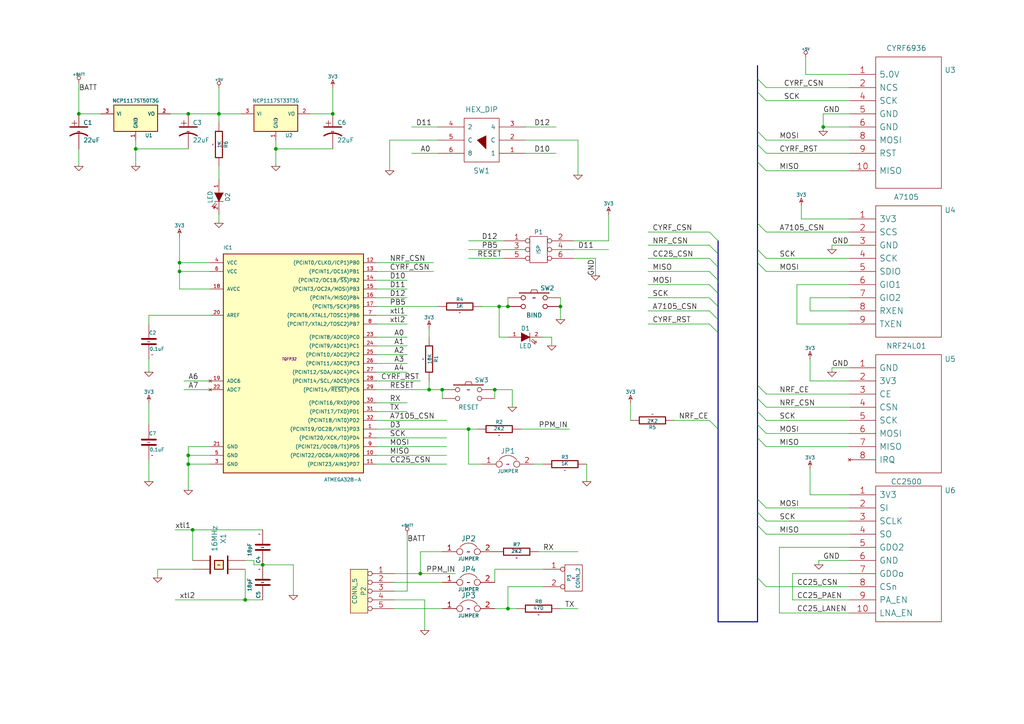
<source format=kicad_sch>
(kicad_sch (version 20230121) (generator eeschema)
  (paper "A4")
  (title_block (date "5 feb 2016"))
  (lib_symbols
    (symbol "Multipro-txV2-3d-rescue:+5V" (power) (pin_names (offset 1.016))
      (property "Value" "+5V" (at 0 2.286 0))
      (symbol "+5V_0_0"
        (pin power_in line (at 0 0 90) (length 0) hide (name "+5V") (number "1"))
      )
      (symbol "+5V_0_1"
        (polyline (pts (xy 0 0) (xy 0 0.762) (xy 0 0.762) (xy 0 0.762)))
        (circle (center 0 1.27) (radius 0.508))
      )
    )
    (symbol "Multipro-txV2-3d-rescue:+BATT" (power) (pin_names (offset 0))
      (property "Value" "+BATT" (at 0 2.54 0))
      (symbol "+BATT_0_0"
        (pin power_out line (at 0 0 90) (length 0) hide (name "+BATT") (number "1"))
      )
      (symbol "+BATT_0_1"
        (polyline (pts (xy 0 0) (xy 0 1.016) (xy 0 1.016)))
        (circle (center 0 1.524) (radius 0.508))
      )
    )
    (symbol "Multipro-txV2-3d-rescue:3V3" (power) (pin_names (offset 0))
      (property "Value" "3V3" (at 0 3.175 0))
      (symbol "3V3_0_0"
        (pin power_in line (at 0 0 90) (length 0) hide (name "3V3") (number "1"))
      )
      (symbol "3V3_0_1"
        (polyline (pts (xy 0 1.524) (xy 0 0)))
        (polyline (pts (xy 0 1.524) (xy 0.508 1.016) (xy 0 2.286) (xy -0.508 1.016) (xy 0 1.524) (xy 0 1.524)))
      )
    )
    (symbol "Multipro-txV2-3d-rescue:A7105" (pin_names (offset 1.016))
      (property "Reference" "U" (at 12.7 16.51 0))
      (property "Value" "A7105" (at 0 20.32 0))
      (symbol "A7105_0_1"
        (rectangle (start 10.16 -20.32) (end -8.89 17.78))
      )
      (symbol "A7105_1_1"
        (pin input line (at -16.51 13.97 0) (length 7.62) (name "3V3") (number "1"))
        (pin input line (at -16.51 10.16 0) (length 7.62) (name "SCS") (number "2"))
        (pin input line (at -16.51 6.35 0) (length 7.62) (name "GND") (number "3"))
        (pin input line (at -16.51 2.54 0) (length 7.62) (name "SCK") (number "4"))
        (pin input line (at -16.51 -1.27 0) (length 7.62) (name "SDIO") (number "5"))
        (pin input line (at -16.51 -5.08 0) (length 7.62) (name "GIO1") (number "6"))
        (pin output line (at -16.51 -8.89 0) (length 7.62) (name "GIO2") (number "7"))
        (pin input line (at -16.51 -12.7 0) (length 7.62) (name "RXEN") (number "8"))
        (pin output line (at -16.51 -16.51 0) (length 7.62) (name "TXEN") (number "9"))
      )
    )
    (symbol "Multipro-txV2-3d-rescue:ATMEGA328-A" (pin_names (offset 1.016))
      (property "Reference" "IC" (at -19.05 31.75 0))
      (property "Value" "ATMEGA328-A" (at 10.16 -35.56 0))
      (property "Footprint" "TQFP32" (at 0 0 0))
      (symbol "ATMEGA328-A_0_1"
        (rectangle (start -19.05 30.48) (end 21.59 -33.02) (stroke (width 0.254)) (fill (type background)))
      )
      (symbol "ATMEGA328-A_1_1"
        (pin bidirectional line (at 25.4 -20.32 180) (length 3.81) (name "(PCINT19/OC2B/INT1)PD3") (number "1"))
        (pin bidirectional line (at 25.4 -27.94 180) (length 3.81) (name "(PCINT22/OC0A/AIN0)PD6") (number "10"))
        (pin bidirectional line (at 25.4 -30.48 180) (length 3.81) (name "(PCINT23/AIN1)PD7") (number "11"))
        (pin bidirectional line (at 25.4 27.94 180) (length 3.81) (name "(PCINT0/CLKO/ICP1)PB0") (number "12"))
        (pin bidirectional line (at 25.4 25.4 180) (length 3.81) (name "(PCINT1/OC1A)PB1") (number "13"))
        (pin bidirectional line (at 25.4 22.86 180) (length 3.81) (name "(PCINT2/OC1B/~{SS})PB2") (number "14"))
        (pin bidirectional line (at 25.4 20.32 180) (length 3.81) (name "(PCINT3/OC2A/MOSI)PB3") (number "15"))
        (pin bidirectional line (at 25.4 17.78 180) (length 3.81) (name "(PCINT4/MISO)PB4") (number "16"))
        (pin bidirectional line (at 25.4 15.24 180) (length 3.81) (name "(PCINT5/SCK)PB5") (number "17"))
        (pin power_in line (at -22.86 20.32 0) (length 3.81) (name "AVCC") (number "18"))
        (pin no_connect line (at -22.86 -6.35 0) (length 3.81) (name "ADC6") (number "19"))
        (pin bidirectional line (at 25.4 -22.86 180) (length 3.81) (name "(PCINT20/XCK/T0)PD4") (number "2"))
        (pin bidirectional line (at -22.86 12.7 0) (length 3.81) (name "AREF") (number "20"))
        (pin power_in line (at -22.86 -25.4 0) (length 3.81) (name "GND") (number "21"))
        (pin no_connect line (at -22.86 -8.89 0) (length 3.81) (name "ADC7") (number "22"))
        (pin bidirectional line (at 25.4 6.35 180) (length 3.81) (name "(PCINT8/ADC0)PC0") (number "23"))
        (pin bidirectional line (at 25.4 3.81 180) (length 3.81) (name "(PCINT9/ADC1)PC1") (number "24"))
        (pin bidirectional line (at 25.4 1.27 180) (length 3.81) (name "(PCINT10/ADC2)PC2") (number "25"))
        (pin bidirectional line (at 25.4 -1.27 180) (length 3.81) (name "(PCINT11/ADC3)PC3") (number "26"))
        (pin bidirectional line (at 25.4 -3.81 180) (length 3.81) (name "(PCINT12/SDA/ADC4)PC4") (number "27"))
        (pin bidirectional line (at 25.4 -6.35 180) (length 3.81) (name "(PCINT14/SCL/ADC5)PC5") (number "28"))
        (pin bidirectional line (at 25.4 -8.89 180) (length 3.81) (name "(PCINT14/~{RESET})PC6") (number "29"))
        (pin power_in line (at -22.86 -30.48 0) (length 3.81) (name "GND") (number "3"))
        (pin bidirectional line (at 25.4 -12.7 180) (length 3.81) (name "(PCINT16/RXD)PD0") (number "30"))
        (pin bidirectional line (at 25.4 -15.24 180) (length 3.81) (name "(PCINT17/TXD)PD1") (number "31"))
        (pin bidirectional line (at 25.4 -17.78 180) (length 3.81) (name "(PCINT18/INT0)PD2") (number "32"))
        (pin power_in line (at -22.86 27.94 0) (length 3.81) (name "VCC") (number "4"))
        (pin power_in line (at -22.86 -27.94 0) (length 3.81) (name "GND") (number "5"))
        (pin power_in line (at -22.86 25.4 0) (length 3.81) (name "VCC") (number "6"))
        (pin bidirectional line (at 25.4 12.7 180) (length 3.81) (name "(PCINT6/XTAL1/TOSC1)PB6") (number "7"))
        (pin bidirectional line (at 25.4 10.16 180) (length 3.81) (name "(PCINT7/XTAL2/TOSC2)PB7") (number "8"))
        (pin bidirectional line (at 25.4 -25.4 180) (length 3.81) (name "(PCINT21/OC0B/T1)PD5") (number "9"))
      )
    )
    (symbol "Multipro-txV2-3d-rescue:C" (pin_numbers hide) (pin_names (offset 0.254))
      (property "Reference" "C" (at 0 2.54 0))
      (property "Value" "C" (at 0.1524 -2.159 0))
      (symbol "C_0_1"
        (polyline (pts (xy -2.032 -0.762) (xy 2.032 -0.762)) (stroke (width 0.508)))
        (polyline (pts (xy -2.032 0.762) (xy 2.032 0.762)) (stroke (width 0.508)))
      )
      (symbol "C_1_1"
        (pin passive line (at 0 5.08 270) (length 4.318) (name "~") (number "1"))
        (pin passive line (at 0 -5.08 90) (length 4.318) (name "~") (number "2"))
      )
    )
    (symbol "Multipro-txV2-3d-rescue:CC2500" (pin_names (offset 1.016))
      (property "Reference" "U" (at 12.7 15.24 0))
      (property "Value" "CC2500" (at 0 17.78 0))
      (symbol "CC2500_0_1"
        (rectangle (start 10.16 -22.86) (end -8.89 16.51))
      )
      (symbol "CC2500_1_1"
        (pin input line (at -16.51 13.97 0) (length 7.62) (name "3V3") (number "1"))
        (pin input line (at -16.51 -20.32 0) (length 7.62) (name "LNA_EN") (number "10"))
        (pin input line (at -16.51 10.16 0) (length 7.62) (name "SI") (number "2"))
        (pin input line (at -16.51 6.35 0) (length 7.62) (name "SCLK") (number "3"))
        (pin input line (at -16.51 2.54 0) (length 7.62) (name "SO") (number "4"))
        (pin input line (at -16.51 -1.27 0) (length 7.62) (name "GDO2") (number "5"))
        (pin input line (at -16.51 -5.08 0) (length 7.62) (name "GND") (number "6"))
        (pin input line (at -16.51 -8.89 0) (length 7.62) (name "GDOo") (number "7"))
        (pin input line (at -16.51 -12.7 0) (length 7.62) (name "CSn") (number "8"))
        (pin input line (at -16.51 -16.51 0) (length 7.62) (name "PA_EN") (number "9"))
      )
    )
    (symbol "Multipro-txV2-3d-rescue:CONN_2" (pin_names (offset 1.016) hide)
      (property "Reference" "P" (at -1.27 0 90))
      (property "Value" "CONN_2" (at 1.27 0 90))
      (symbol "CONN_2_0_1"
        (rectangle (start -2.54 3.81) (end 2.54 -3.81))
      )
      (symbol "CONN_2_1_1"
        (pin passive inverted (at -8.89 2.54 0) (length 6.35) (name "P1") (number "1"))
        (pin passive inverted (at -8.89 -2.54 0) (length 6.35) (name "PM") (number "2"))
      )
    )
    (symbol "Multipro-txV2-3d-rescue:CONN_3X2" (pin_names (offset 1.016) hide)
      (property "Reference" "P" (at 0 6.35 0))
      (property "Value" "CONN_3X2" (at 0 1.27 90))
      (symbol "CONN_3X2_0_1"
        (rectangle (start -2.54 5.08) (end 2.54 -2.54))
      )
      (symbol "CONN_3X2_1_1"
        (pin passive inverted (at -10.16 3.81 0) (length 7.62) (name "1") (number "1"))
        (pin passive inverted (at 10.16 3.81 180) (length 7.62) (name "2") (number "2"))
        (pin passive inverted (at -10.16 1.27 0) (length 7.62) (name "3") (number "3"))
        (pin passive inverted (at 10.16 1.27 180) (length 7.62) (name "4") (number "4"))
        (pin passive inverted (at -10.16 -1.27 0) (length 7.62) (name "5") (number "5"))
        (pin passive inverted (at 10.16 -1.27 180) (length 7.62) (name "6") (number "6"))
      )
    )
    (symbol "Multipro-txV2-3d-rescue:CONN_5" (pin_names (offset 1.016))
      (property "Reference" "P" (at -1.27 0 90))
      (property "Value" "CONN_5" (at 1.27 0 90))
      (symbol "CONN_5_0_1"
        (rectangle (start -2.54 6.35) (end 2.54 -6.35) (fill (type background)))
      )
      (symbol "CONN_5_1_1"
        (pin passive inverted (at -10.16 5.08 0) (length 7.62) (name "~") (number "1"))
        (pin passive inverted (at -10.16 2.54 0) (length 7.62) (name "~") (number "2"))
        (pin passive inverted (at -10.16 0 0) (length 7.62) (name "~") (number "3"))
        (pin passive inverted (at -10.16 -2.54 0) (length 7.62) (name "~") (number "4"))
        (pin passive inverted (at -10.16 -5.08 0) (length 7.62) (name "~") (number "5"))
      )
    )
    (symbol "Multipro-txV2-3d-rescue:CP1" (pin_numbers hide) (pin_names (offset 0.254) hide)
      (property "Reference" "C" (at 1.27 2.54 0))
      (property "Value" "CP1" (at 1.27 -2.54 0))
      (symbol "CP1_0_0"
        (text "+" (at -1.27 2.54 0) (effects (font (size 2.032 2.032))))
      )
      (symbol "CP1_0_1"
        (polyline (pts (xy -2.54 1.27) (xy 2.54 1.27) (xy 1.27 1.27) (xy 1.27 1.27)) (stroke (width 0.381)))
        (arc (start 2.54 -1.27) (mid 0 -0.5009) (end -2.54 -1.27) (stroke (width 0.381)))
      )
      (symbol "CP1_1_1"
        (pin passive line (at 0 5.08 270) (length 3.81) (name "~") (number "1"))
        (pin passive line (at 0 -5.08 90) (length 4.572) (name "~") (number "2"))
      )
    )
    (symbol "Multipro-txV2-3d-rescue:CRYSTAL" (pin_numbers hide) (pin_names (offset 1.016) hide)
      (property "Reference" "X" (at 0 3.81 0))
      (property "Value" "CRYSTAL" (at 0 -3.81 0))
      (symbol "CRYSTAL_0_1"
        (polyline (pts (xy -2.54 2.54) (xy -2.54 -2.54)) (stroke (width 0.4064)))
        (polyline (pts (xy 2.54 2.54) (xy 2.54 -2.54)) (stroke (width 0.4064)))
        (polyline (pts (xy -1.27 1.27) (xy 1.27 1.27) (xy 1.27 -1.27) (xy -1.27 -1.27) (xy -1.27 1.27)) (stroke (width 0.3048)) (fill (type background)))
      )
      (symbol "CRYSTAL_1_1"
        (pin passive line (at -7.62 -1.27 0) (length 5.08) (name "1") (number "1"))
        (pin passive line (at -7.62 1.27 0) (length 5.08) (name "2") (number "2"))
        (pin passive line (at 7.62 1.27 180) (length 5.08) (name "3") (number "3"))
        (pin passive line (at 7.62 -1.27 180) (length 5.08) (name "4") (number "4"))
      )
    )
    (symbol "Multipro-txV2-3d-rescue:CYRF6936" (pin_names (offset 1.016))
      (property "Reference" "U" (at 0 25.4 0))
      (property "Value" "CYRF6936" (at 0 20.32 0))
      (symbol "CYRF6936_0_1"
        (rectangle (start 10.16 -20.32) (end -8.89 17.78))
      )
      (symbol "CYRF6936_1_1"
        (pin input line (at -16.51 12.7 0) (length 7.62) (name "5.0V") (number "1"))
        (pin input line (at -16.51 -15.24 0) (length 7.62) (name "MISO") (number "10"))
        (pin input line (at -16.51 8.89 0) (length 7.62) (name "NCS") (number "2"))
        (pin input line (at -16.51 5.08 0) (length 7.62) (name "SCK") (number "4"))
        (pin input line (at -16.51 1.27 0) (length 7.62) (name "GND") (number "5"))
        (pin input line (at -16.51 -2.54 0) (length 7.62) (name "GND") (number "6"))
        (pin input line (at -16.51 -6.35 0) (length 7.62) (name "MOSI") (number "8"))
        (pin input line (at -16.51 -10.16 0) (length 7.62) (name "RST") (number "9"))
      )
    )
    (symbol "Multipro-txV2-3d-rescue:GND" (power) (pin_names (offset 0))
      (symbol "GND_0_1"
        (polyline (pts (xy -1.27 0) (xy 0 -1.27) (xy 1.27 0) (xy -1.27 0)))
      )
      (symbol "GND_1_1"
        (pin power_in line (at 0 0 90) (length 0) hide (name "GND") (number "1"))
      )
    )
    (symbol "Multipro-txV2-3d-rescue:HEX_DIP" (pin_names (offset 1.016))
      (property "Reference" "SW" (at 0 -8.89 0))
      (property "Value" "HEX_DIP" (at 0 8.89 0))
      (symbol "HEX_DIP_0_1"
        (rectangle (start -5.08 6.35) (end 5.08 -6.35))
        (polyline (pts (xy 1.27 1.27) (xy -1.27 0) (xy 1.27 -2.54) (xy 1.27 1.27)) (fill (type outline)))
      )
      (symbol "HEX_DIP_1_1"
        (pin output line (at 12.7 -3.81 180) (length 7.62) (name "1") (number "1"))
        (pin passive line (at 12.7 0 180) (length 7.62) (name "C") (number "2"))
        (pin output line (at 12.7 3.81 180) (length 7.62) (name "4") (number "3"))
        (pin output line (at -12.7 3.81 0) (length 7.62) (name "2") (number "4"))
        (pin passive line (at -12.7 0 0) (length 7.62) (name "C") (number "5"))
        (pin output line (at -12.7 -3.81 0) (length 7.62) (name "8") (number "6"))
      )
    )
    (symbol "Multipro-txV2-3d-rescue:JUMPER" (pin_names (offset 0.762) hide)
      (property "Reference" "JP" (at 0 3.81 0))
      (property "Value" "JUMPER" (at 0 -2.032 0))
      (symbol "JUMPER_0_1"
        (circle (center -2.54 0) (radius 0.889))
        (arc (start 2.5146 1.27) (mid 0.0078 2.5097) (end -2.4892 1.27))
        (circle (center 2.54 0) (radius 0.889))
        (pin passive line (at -7.62 0 0) (length 4.191) (name "1") (number "1"))
        (pin passive line (at 7.62 0 180) (length 4.191) (name "2") (number "2"))
      )
    )
    (symbol "Multipro-txV2-3d-rescue:LED" (pin_names (offset 1.016) hide)
      (property "Reference" "D" (at 0 2.54 0))
      (property "Value" "LED" (at 0 -2.54 0))
      (symbol "LED_0_1"
        (polyline (pts (xy 1.27 1.27) (xy 1.27 -1.27)))
        (polyline (pts (xy -1.27 1.27) (xy 1.27 0) (xy -1.27 -1.27)) (fill (type outline)))
        (polyline (pts (xy 1.651 -1.016) (xy 2.794 -2.032) (xy 2.667 -1.397)))
        (polyline (pts (xy 2.032 -0.635) (xy 3.175 -1.651) (xy 3.048 -1.016)))
      )
      (symbol "LED_1_1"
        (pin passive line (at -5.08 0 0) (length 3.81) (name "A") (number "1"))
        (pin passive line (at 5.08 0 180) (length 3.81) (name "K") (number "2"))
      )
    )
    (symbol "Multipro-txV2-3d-rescue:NCP1117ST50T3G" (pin_names (offset 0.762))
      (property "Reference" "U" (at 3.81 -4.9784 0))
      (property "Value" "NCP1117ST50T3G" (at 0 5.08 0))
      (symbol "NCP1117ST50T3G_0_1"
        (rectangle (start -6.35 -3.81) (end 6.35 3.81) (stroke (width 0.254)) (fill (type background)))
      )
      (symbol "NCP1117ST50T3G_1_1"
        (pin power_in line (at 0 -6.35 90) (length 2.54) (name "GND") (number "1"))
        (pin power_out line (at 10.16 1.27 180) (length 3.81) (name "VO") (number "2"))
        (pin power_in line (at -10.16 1.27 0) (length 3.81) (name "VI") (number "3"))
      )
    )
    (symbol "Multipro-txV2-3d-rescue:NRF24L01" (pin_names (offset 1.016))
      (property "Reference" "U" (at 12.7 16.51 0))
      (property "Value" "NRF24L01" (at 0 20.32 0))
      (symbol "NRF24L01_0_1"
        (rectangle (start 10.16 -16.51) (end -8.89 17.78))
      )
      (symbol "NRF24L01_1_1"
        (pin input line (at -16.51 13.97 0) (length 7.62) (name "GND") (number "1"))
        (pin input line (at -16.51 10.16 0) (length 7.62) (name "3V3") (number "2"))
        (pin input line (at -16.51 6.35 0) (length 7.62) (name "CE") (number "3"))
        (pin input line (at -16.51 2.54 0) (length 7.62) (name "CSN") (number "4"))
        (pin input line (at -16.51 -1.27 0) (length 7.62) (name "SCK") (number "5"))
        (pin input line (at -16.51 -5.08 0) (length 7.62) (name "MOSI") (number "6"))
        (pin input line (at -16.51 -8.89 0) (length 7.62) (name "MISO") (number "7"))
        (pin no_connect line (at -16.51 -12.7 0) (length 7.62) (name "IRQ") (number "8"))
      )
    )
    (symbol "Multipro-txV2-3d-rescue:R" (pin_numbers hide) (pin_names (offset 0))
      (property "Reference" "R" (at 2.032 0 90))
      (property "Value" "R" (at 0.1778 0.0254 90))
      (symbol "R_0_1"
        (rectangle (start -1.016 3.81) (end 1.016 -3.81) (stroke (width 0.3048)))
      )
      (symbol "R_1_1"
        (pin passive line (at 0 6.35 270) (length 2.54) (name "~") (number "1"))
        (pin passive line (at 0 -6.35 90) (length 2.54) (name "~") (number "2"))
      )
    )
    (symbol "Multipro-txV2-3d-rescue:SW_PUSH_4_Pin" (pin_numbers hide) (pin_names (offset 1.016) hide)
      (property "Reference" "SW" (at 3.81 2.794 0))
      (property "Value" "SW_PUSH_4_Pin" (at 0 -5.08 0))
      (symbol "SW_PUSH_4_Pin_0_1"
        (rectangle (start -4.318 1.27) (end 4.318 1.524))
        (polyline (pts (xy -1.016 1.524) (xy -0.762 2.286) (xy 0.762 2.286) (xy 1.016 1.524)))
        (pin passive inverted (at -7.62 0 0) (length 5.08) (name "1") (number "1"))
        (pin passive inverted (at 7.62 0 180) (length 5.08) (name "3") (number "3"))
      )
      (symbol "SW_PUSH_4_Pin_1_1"
        (pin input inverted (at -7.62 -2.54 0) (length 5.08) (name "2") (number "2"))
        (pin input inverted (at 7.62 -2.54 180) (length 5.08) (name "4") (number "4"))
      )
    )
  )
  (junction (at 54.61 33.02))
  (junction (at 52.07 76.2))
  (junction (at 121.92 166.37))
  (junction (at 54.61 134.62))
  (junction (at 55.88 153.67))
  (junction (at 71.12 173.99))
  (junction (at 128.27 113.03))
  (junction (at 162.56 88.9))
  (junction (at 135.89 124.46))
  (junction (at 52.07 78.74))
  (junction (at 80.01 43.18))
  (junction (at 54.61 132.08))
  (junction (at 238.76 36.83))
  (junction (at 124.46 113.03))
  (junction (at 39.37 43.18))
  (junction (at 76.2 163.83))
  (junction (at 63.5 33.02))
  (junction (at 144.78 88.9))
  (junction (at 147.32 88.9))
  (junction (at 143.51 113.03))
  (junction (at 22.86 33.02))
  (junction (at 147.32 176.53))
  (junction (at 96.52 33.02))
  (bus_entry (at 219.71 38.1) (size 2.54 2.54))
  (bus_entry (at 205.74 74.93) (size 2.54 2.54))
  (bus_entry (at 219.71 148.59) (size 2.54 2.54))
  (bus_entry (at 205.74 90.17) (size 2.54 2.54))
  (bus_entry (at 219.71 26.67) (size 2.54 2.54))
  (bus_entry (at 219.71 72.39) (size 2.54 2.54))
  (bus_entry (at 219.71 127) (size 2.54 2.54))
  (bus_entry (at 205.74 67.31) (size 2.54 2.54))
  (bus_entry (at 219.71 119.38) (size 2.54 2.54))
  (bus_entry (at 219.71 144.78) (size 2.54 2.54))
  (bus_entry (at 219.71 46.99) (size 2.54 2.54))
  (bus_entry (at 219.71 111.76) (size 2.54 2.54))
  (bus_entry (at 205.74 82.55) (size 2.54 2.54))
  (bus_entry (at 205.74 71.12) (size 2.54 2.54))
  (bus_entry (at 205.74 93.98) (size 2.54 2.54))
  (bus_entry (at 205.74 78.74) (size 2.54 2.54))
  (bus_entry (at 205.74 86.36) (size 2.54 2.54))
  (bus_entry (at 219.71 64.77) (size 2.54 2.54))
  (bus_entry (at 219.71 41.91) (size 2.54 2.54))
  (bus_entry (at 205.74 121.92) (size 2.54 2.54))
  (bus_entry (at 219.71 152.4) (size 2.54 2.54))
  (bus_entry (at 219.71 115.57) (size 2.54 2.54))
  (bus_entry (at 219.71 123.19) (size 2.54 2.54))
  (bus_entry (at 219.71 76.2) (size 2.54 2.54))
  (bus_entry (at 219.71 22.86) (size 2.54 2.54))
  (bus_entry (at 219.71 167.64) (size 2.54 2.54))
  (wire (pts (xy 73.66 162.56) (xy 73.66 163.83)))
  (wire (pts (xy 246.38 147.32) (xy 222.25 147.32)))
  (wire (pts (xy 54.61 134.62) (xy 54.61 142.24)))
  (wire (pts (xy 127 40.64) (xy 113.03 40.64)))
  (wire (pts (xy 121.92 166.37) (xy 132.08 166.37)))
  (wire (pts (xy 109.22 110.49) (xy 121.92 110.49)))
  (wire (pts (xy 143.51 165.1) (xy 157.48 165.1)))
  (wire (pts (xy 127 36.83) (xy 119.38 36.83)))
  (wire (pts (xy 246.38 71.12) (xy 241.3 71.12)))
  (wire (pts (xy 114.3 168.91) (xy 128.27 168.91)))
  (wire (pts (xy 157.48 170.18) (xy 147.32 170.18)))
  (wire (pts (xy 109.22 134.62) (xy 129.54 134.62)))
  (wire (pts (xy 143.51 113.03) (xy 143.51 115.57)))
  (wire (pts (xy 205.74 78.74) (xy 187.96 78.74)))
  (wire (pts (xy 73.66 163.83) (xy 76.2 163.83)))
  (bus (pts (xy 219.71 127) (xy 219.71 144.78)))
  (wire (pts (xy 109.22 124.46) (xy 135.89 124.46)))
  (wire (pts (xy 246.38 36.83) (xy 238.76 36.83)))
  (bus (pts (xy 219.71 119.38) (xy 219.71 123.19)))
  (bus (pts (xy 219.71 64.77) (xy 219.71 72.39)))
  (wire (pts (xy 63.5 33.02) (xy 69.85 33.02)))
  (wire (pts (xy 152.4 40.64) (xy 167.64 40.64)))
  (wire (pts (xy 109.22 78.74) (xy 125.73 78.74)))
  (bus (pts (xy 219.71 26.67) (xy 219.71 38.1)))
  (wire (pts (xy 63.5 25.4) (xy 63.5 33.02)))
  (bus (pts (xy 219.71 152.4) (xy 219.71 167.64)))
  (wire (pts (xy 241.3 106.68) (xy 241.3 107.95)))
  (wire (pts (xy 54.61 129.54) (xy 54.61 132.08)))
  (wire (pts (xy 246.38 129.54) (xy 222.25 129.54)))
  (wire (pts (xy 154.94 134.62) (xy 157.48 134.62)))
  (wire (pts (xy 43.18 133.35) (xy 43.18 139.7)))
  (wire (pts (xy 148.59 113.03) (xy 148.59 118.11)))
  (wire (pts (xy 143.51 176.53) (xy 147.32 176.53)))
  (wire (pts (xy 233.68 21.59) (xy 233.68 16.51)))
  (wire (pts (xy 246.38 63.5) (xy 232.41 63.5)))
  (wire (pts (xy 96.52 33.02) (xy 96.52 25.4)))
  (wire (pts (xy 246.38 40.64) (xy 222.25 40.64)))
  (wire (pts (xy 124.46 113.03) (xy 128.27 113.03)))
  (wire (pts (xy 146.05 69.85) (xy 135.89 69.85)))
  (wire (pts (xy 246.38 29.21) (xy 222.25 29.21)))
  (wire (pts (xy 63.5 33.02) (xy 63.5 35.56)))
  (wire (pts (xy 246.38 49.53) (xy 222.25 49.53)))
  (wire (pts (xy 109.22 127) (xy 129.54 127)))
  (wire (pts (xy 109.22 97.79) (xy 118.11 97.79)))
  (wire (pts (xy 231.14 82.55) (xy 231.14 93.98)))
  (wire (pts (xy 127 44.45) (xy 119.38 44.45)))
  (wire (pts (xy 246.38 44.45) (xy 222.25 44.45)))
  (wire (pts (xy 182.88 116.84) (xy 182.88 121.92)))
  (wire (pts (xy 135.89 124.46) (xy 135.89 134.62)))
  (wire (pts (xy 63.5 48.26) (xy 63.5 52.07)))
  (wire (pts (xy 85.09 163.83) (xy 85.09 172.72)))
  (wire (pts (xy 246.38 166.37) (xy 229.87 166.37)))
  (wire (pts (xy 128.27 160.02) (xy 121.92 160.02)))
  (wire (pts (xy 80.01 43.18) (xy 80.01 48.26)))
  (wire (pts (xy 246.38 125.73) (xy 222.25 125.73)))
  (wire (pts (xy 135.89 124.46) (xy 138.43 124.46)))
  (bus (pts (xy 219.71 148.59) (xy 219.71 152.4)))
  (bus (pts (xy 208.28 77.47) (xy 208.28 81.28)))
  (wire (pts (xy 162.56 88.9) (xy 162.56 92.71)))
  (wire (pts (xy 109.22 132.08) (xy 129.54 132.08)))
  (wire (pts (xy 54.61 33.02) (xy 63.5 33.02)))
  (wire (pts (xy 246.38 158.75) (xy 226.06 158.75)))
  (bus (pts (xy 219.71 22.86) (xy 219.71 26.67)))
  (wire (pts (xy 246.38 82.55) (xy 231.14 82.55)))
  (wire (pts (xy 241.3 71.12) (xy 241.3 72.39)))
  (wire (pts (xy 109.22 93.98) (xy 118.11 93.98)))
  (wire (pts (xy 246.38 86.36) (xy 234.95 86.36)))
  (wire (pts (xy 109.22 86.36) (xy 118.11 86.36)))
  (wire (pts (xy 80.01 40.64) (xy 80.01 43.18)))
  (wire (pts (xy 55.88 165.1) (xy 45.72 165.1)))
  (wire (pts (xy 128.27 113.03) (xy 128.27 115.57)))
  (wire (pts (xy 76.2 163.83) (xy 85.09 163.83)))
  (wire (pts (xy 49.53 33.02) (xy 54.61 33.02)))
  (wire (pts (xy 50.8 173.99) (xy 71.12 173.99)))
  (wire (pts (xy 109.22 76.2) (xy 125.73 76.2)))
  (wire (pts (xy 60.96 134.62) (xy 54.61 134.62)))
  (wire (pts (xy 123.19 173.99) (xy 123.19 182.88)))
  (wire (pts (xy 109.22 116.84) (xy 118.11 116.84)))
  (wire (pts (xy 162.56 86.36) (xy 162.56 88.9)))
  (wire (pts (xy 246.38 78.74) (xy 222.25 78.74)))
  (wire (pts (xy 246.38 170.18) (xy 222.25 170.18)))
  (wire (pts (xy 144.78 88.9) (xy 147.32 88.9)))
  (wire (pts (xy 246.38 143.51) (xy 234.95 143.51)))
  (bus (pts (xy 219.71 115.57) (xy 219.71 119.38)))
  (wire (pts (xy 229.87 173.99) (xy 246.38 173.99)))
  (wire (pts (xy 152.4 36.83) (xy 161.29 36.83)))
  (wire (pts (xy 113.03 40.64) (xy 113.03 49.53)))
  (bus (pts (xy 208.28 81.28) (xy 208.28 85.09)))
  (wire (pts (xy 60.96 113.03) (xy 53.34 113.03)))
  (wire (pts (xy 146.05 72.39) (xy 135.89 72.39)))
  (wire (pts (xy 52.07 78.74) (xy 52.07 83.82)))
  (wire (pts (xy 246.38 74.93) (xy 222.25 74.93)))
  (wire (pts (xy 166.37 72.39) (xy 176.53 72.39)))
  (wire (pts (xy 54.61 132.08) (xy 54.61 134.62)))
  (wire (pts (xy 139.7 88.9) (xy 144.78 88.9)))
  (wire (pts (xy 246.38 25.4) (xy 222.25 25.4)))
  (wire (pts (xy 205.74 71.12) (xy 187.96 71.12)))
  (wire (pts (xy 114.3 176.53) (xy 128.27 176.53)))
  (bus (pts (xy 219.71 76.2) (xy 219.71 111.76)))
  (bus (pts (xy 219.71 72.39) (xy 219.71 76.2)))
  (wire (pts (xy 238.76 33.02) (xy 238.76 36.83)))
  (wire (pts (xy 205.74 93.98) (xy 187.96 93.98)))
  (wire (pts (xy 195.58 121.92) (xy 205.74 121.92)))
  (wire (pts (xy 170.18 134.62) (xy 170.18 139.7)))
  (bus (pts (xy 219.71 180.34) (xy 208.28 180.34)))
  (wire (pts (xy 152.4 44.45) (xy 161.29 44.45)))
  (wire (pts (xy 39.37 40.64) (xy 39.37 43.18)))
  (bus (pts (xy 208.28 69.85) (xy 208.28 73.66)))
  (wire (pts (xy 43.18 123.19) (xy 43.18 116.84)))
  (wire (pts (xy 63.5 62.23) (xy 63.5 64.77)))
  (wire (pts (xy 246.38 114.3) (xy 222.25 114.3)))
  (wire (pts (xy 226.06 177.8) (xy 246.38 177.8)))
  (wire (pts (xy 114.3 171.45) (xy 118.11 171.45)))
  (wire (pts (xy 118.11 171.45) (xy 118.11 154.94)))
  (bus (pts (xy 219.71 19.05) (xy 219.71 22.86)))
  (bus (pts (xy 219.71 46.99) (xy 219.71 64.77)))
  (bus (pts (xy 208.28 85.09) (xy 208.28 88.9)))
  (wire (pts (xy 60.96 76.2) (xy 52.07 76.2)))
  (wire (pts (xy 166.37 69.85) (xy 176.53 69.85)))
  (wire (pts (xy 147.32 88.9) (xy 147.32 86.36)))
  (wire (pts (xy 109.22 88.9) (xy 127 88.9)))
  (wire (pts (xy 144.78 97.79) (xy 147.32 97.79)))
  (wire (pts (xy 246.38 162.56) (xy 237.49 162.56)))
  (wire (pts (xy 156.21 160.02) (xy 167.64 160.02)))
  (wire (pts (xy 71.12 173.99) (xy 76.2 173.99)))
  (wire (pts (xy 60.96 78.74) (xy 52.07 78.74)))
  (bus (pts (xy 208.28 96.52) (xy 208.28 124.46)))
  (wire (pts (xy 96.52 43.18) (xy 80.01 43.18)))
  (wire (pts (xy 60.96 91.44) (xy 43.18 91.44)))
  (bus (pts (xy 208.28 92.71) (xy 208.28 96.52)))
  (wire (pts (xy 109.22 83.82) (xy 118.11 83.82)))
  (wire (pts (xy 246.38 151.13) (xy 222.25 151.13)))
  (wire (pts (xy 109.22 91.44) (xy 118.11 91.44)))
  (wire (pts (xy 232.41 63.5) (xy 232.41 59.69)))
  (wire (pts (xy 234.95 143.51) (xy 234.95 135.89)))
  (wire (pts (xy 237.49 162.56) (xy 237.49 163.83)))
  (wire (pts (xy 22.86 43.18) (xy 22.86 48.26)))
  (wire (pts (xy 246.38 154.94) (xy 222.25 154.94)))
  (wire (pts (xy 121.92 160.02) (xy 121.92 166.37)))
  (bus (pts (xy 219.71 123.19) (xy 219.71 127)))
  (wire (pts (xy 234.95 110.49) (xy 234.95 104.14)))
  (wire (pts (xy 157.48 97.79) (xy 160.02 97.79)))
  (wire (pts (xy 172.72 74.93) (xy 172.72 80.01)))
  (wire (pts (xy 246.38 67.31) (xy 222.25 67.31)))
  (bus (pts (xy 208.28 88.9) (xy 208.28 92.71)))
  (wire (pts (xy 109.22 81.28) (xy 118.11 81.28)))
  (wire (pts (xy 124.46 110.49) (xy 124.46 113.03)))
  (wire (pts (xy 143.51 113.03) (xy 148.59 113.03)))
  (wire (pts (xy 234.95 86.36) (xy 234.95 90.17)))
  (wire (pts (xy 246.38 118.11) (xy 222.25 118.11)))
  (wire (pts (xy 43.18 91.44) (xy 43.18 93.98)))
  (wire (pts (xy 109.22 102.87) (xy 118.11 102.87)))
  (wire (pts (xy 124.46 97.79) (xy 124.46 95.25)))
  (wire (pts (xy 205.74 67.31) (xy 187.96 67.31)))
  (wire (pts (xy 109.22 100.33) (xy 118.11 100.33)))
  (bus (pts (xy 219.71 38.1) (xy 219.71 41.91)))
  (wire (pts (xy 231.14 93.98) (xy 246.38 93.98)))
  (wire (pts (xy 114.3 173.99) (xy 123.19 173.99)))
  (wire (pts (xy 246.38 110.49) (xy 234.95 110.49)))
  (wire (pts (xy 205.74 82.55) (xy 187.96 82.55)))
  (wire (pts (xy 146.05 74.93) (xy 135.89 74.93)))
  (wire (pts (xy 114.3 166.37) (xy 121.92 166.37)))
  (wire (pts (xy 60.96 129.54) (xy 54.61 129.54)))
  (wire (pts (xy 43.18 104.14) (xy 43.18 107.95)))
  (wire (pts (xy 176.53 69.85) (xy 176.53 62.23)))
  (wire (pts (xy 22.86 24.13) (xy 22.86 33.02)))
  (wire (pts (xy 109.22 113.03) (xy 124.46 113.03)))
  (wire (pts (xy 60.96 132.08) (xy 54.61 132.08)))
  (wire (pts (xy 45.72 165.1) (xy 45.72 167.64)))
  (wire (pts (xy 71.12 165.1) (xy 71.12 173.99)))
  (wire (pts (xy 109.22 129.54) (xy 129.54 129.54)))
  (wire (pts (xy 71.12 162.56) (xy 73.66 162.56)))
  (wire (pts (xy 54.61 43.18) (xy 39.37 43.18)))
  (wire (pts (xy 109.22 119.38) (xy 118.11 119.38)))
  (wire (pts (xy 109.22 105.41) (xy 118.11 105.41)))
  (wire (pts (xy 109.22 121.92) (xy 129.54 121.92)))
  (wire (pts (xy 205.74 90.17) (xy 187.96 90.17)))
  (wire (pts (xy 166.37 74.93) (xy 172.72 74.93)))
  (wire (pts (xy 50.8 153.67) (xy 55.88 153.67)))
  (bus (pts (xy 219.71 167.64) (xy 219.71 180.34)))
  (wire (pts (xy 55.88 162.56) (xy 55.88 153.67)))
  (wire (pts (xy 60.96 110.49) (xy 53.34 110.49)))
  (wire (pts (xy 135.89 134.62) (xy 139.7 134.62)))
  (wire (pts (xy 151.13 124.46) (xy 165.1 124.46)))
  (wire (pts (xy 167.64 40.64) (xy 167.64 50.8)))
  (bus (pts (xy 219.71 111.76) (xy 219.71 115.57)))
  (bus (pts (xy 219.71 144.78) (xy 219.71 148.59)))
  (wire (pts (xy 205.74 74.93) (xy 187.96 74.93)))
  (bus (pts (xy 208.28 73.66) (xy 208.28 77.47)))
  (wire (pts (xy 160.02 97.79) (xy 160.02 100.33)))
  (wire (pts (xy 246.38 21.59) (xy 233.68 21.59)))
  (wire (pts (xy 246.38 121.92) (xy 222.25 121.92)))
  (wire (pts (xy 143.51 168.91) (xy 143.51 165.1)))
  (wire (pts (xy 246.38 33.02) (xy 238.76 33.02)))
  (wire (pts (xy 147.32 170.18) (xy 147.32 176.53)))
  (wire (pts (xy 238.76 36.83) (xy 238.76 38.1)))
  (wire (pts (xy 162.56 176.53) (xy 167.64 176.53)))
  (wire (pts (xy 22.86 33.02) (xy 29.21 33.02)))
  (wire (pts (xy 39.37 43.18) (xy 39.37 48.26)))
  (bus (pts (xy 219.71 41.91) (xy 219.71 46.99)))
  (wire (pts (xy 234.95 90.17) (xy 246.38 90.17)))
  (bus (pts (xy 208.28 124.46) (xy 208.28 180.34)))
  (wire (pts (xy 52.07 76.2) (xy 52.07 78.74)))
  (wire (pts (xy 109.22 107.95) (xy 118.11 107.95)))
  (wire (pts (xy 229.87 166.37) (xy 229.87 173.99)))
  (wire (pts (xy 246.38 106.68) (xy 241.3 106.68)))
  (wire (pts (xy 90.17 33.02) (xy 96.52 33.02)))
  (wire (pts (xy 55.88 153.67) (xy 76.2 153.67)))
  (wire (pts (xy 144.78 97.79) (xy 144.78 88.9)))
  (wire (pts (xy 205.74 86.36) (xy 187.96 86.36)))
  (wire (pts (xy 52.07 83.82) (xy 60.96 83.82)))
  (wire (pts (xy 226.06 158.75) (xy 226.06 177.8)))
  (wire (pts (xy 147.32 176.53) (xy 149.86 176.53)))
  (wire (pts (xy 52.07 68.58) (xy 52.07 76.2)))
  (label "MISO" (at 189.23 78.74 0) (effects (font (size 1.524 1.524))))
  (label "A7105_CSN" (at 113.03 121.92 0) (effects (font (size 1.524 1.524))))
  (label "CC25_LANEN" (at 231.14 177.8 0) (effects (font (size 1.524 1.524))))
  (label "A0" (at 114.3 97.79 0) (effects (font (size 1.524 1.524))))
  (label "CYRF_CSN" (at 113.03 78.74 0) (effects (font (size 1.524 1.524))))
  (label "MISO" (at 226.06 49.53 0) (effects (font (size 1.524 1.524))))
  (label "NRF_CSN" (at 226.06 118.11 0) (effects (font (size 1.524 1.524))))
  (label "GND" (at 241.3 106.68 0) (effects (font (size 1.524 1.524))))
  (label "SCK" (at 113.03 127 0) (effects (font (size 1.524 1.524))))
  (label "A6" (at 54.61 110.49 0) (effects (font (size 1.524 1.524))))
  (label "MOSI" (at 226.06 125.73 0) (effects (font (size 1.524 1.524))))
  (label "CYRF_CSN" (at 189.23 67.31 0) (effects (font (size 1.524 1.524))))
  (label "TX" (at 163.83 176.53 0) (effects (font (size 1.524 1.524))))
  (label "NRF_CSN" (at 189.23 71.12 0) (effects (font (size 1.524 1.524))))
  (label "CC25_CSN" (at 113.03 134.62 0) (effects (font (size 1.524 1.524))))
  (label "A2" (at 114.3 102.87 0) (effects (font (size 1.524 1.524))))
  (label "D11" (at 120.65 36.83 0) (effects (font (size 1.524 1.524))))
  (label "MISO" (at 226.06 129.54 0) (effects (font (size 1.524 1.524))))
  (label "A3" (at 114.3 105.41 0) (effects (font (size 1.524 1.524))))
  (label "xtl2" (at 113.03 93.98 0) (effects (font (size 1.524 1.524))))
  (label "RX" (at 113.03 116.84 0) (effects (font (size 1.524 1.524))))
  (label "MOSI" (at 226.06 147.32 0) (effects (font (size 1.524 1.524))))
  (label "NRF_CE" (at 226.06 114.3 0) (effects (font (size 1.524 1.524))))
  (label "A7105_CSN" (at 189.23 90.17 0) (effects (font (size 1.524 1.524))))
  (label "TX" (at 113.03 119.38 0) (effects (font (size 1.524 1.524))))
  (label "xtl1" (at 113.03 91.44 0) (effects (font (size 1.524 1.524))))
  (label "PPM_IN" (at 132.08 166.37 180) (effects (font (size 1.524 1.524))))
  (label "PB5" (at 139.7 72.39 0) (effects (font (size 1.524 1.524))))
  (label "SCK" (at 189.23 86.36 0) (effects (font (size 1.524 1.524))))
  (label "PB5" (at 113.03 88.9 0) (effects (font (size 1.524 1.524))))
  (label "MISO" (at 113.03 132.08 0) (effects (font (size 1.524 1.524))))
  (label "MISO" (at 226.06 154.94 0) (effects (font (size 1.524 1.524))))
  (label "SCK" (at 226.06 121.92 0) (effects (font (size 1.524 1.524))))
  (label "GND" (at 238.76 162.56 0) (effects (font (size 1.524 1.524))))
  (label "BATT" (at 118.11 157.48 0) (effects (font (size 1.524 1.524))))
  (label "A1" (at 114.3 100.33 0) (effects (font (size 1.524 1.524))))
  (label "RESET" (at 138.43 74.93 0) (effects (font (size 1.524 1.524))))
  (label "CC25_PAEN" (at 231.14 173.99 0) (effects (font (size 1.524 1.524))))
  (label "SCK" (at 227.33 29.21 0) (effects (font (size 1.524 1.524))))
  (label "GND" (at 238.76 33.02 0) (effects (font (size 1.524 1.524))))
  (label "CC25_CSN" (at 231.14 170.18 0) (effects (font (size 1.524 1.524))))
  (label "SCK" (at 226.06 151.13 0) (effects (font (size 1.524 1.524))))
  (label "GND" (at 241.3 71.12 0) (effects (font (size 1.524 1.524))))
  (label "D12" (at 139.7 69.85 0) (effects (font (size 1.524 1.524))))
  (label "A4" (at 114.3 107.95 0) (effects (font (size 1.524 1.524))))
  (label "MOSI" (at 113.03 129.54 0) (effects (font (size 1.524 1.524))))
  (label "SCK" (at 226.06 74.93 0) (effects (font (size 1.524 1.524))))
  (label "D11" (at 167.64 72.39 0) (effects (font (size 1.524 1.524))))
  (label "NRF_CE" (at 196.85 121.92 0) (effects (font (size 1.524 1.524))))
  (label "CYRF_RST" (at 226.06 44.45 0) (effects (font (size 1.524 1.524))))
  (label "D10" (at 154.94 44.45 0) (effects (font (size 1.524 1.524))))
  (label "CYRF_RST" (at 189.23 93.98 0) (effects (font (size 1.524 1.524))))
  (label "D12" (at 154.94 36.83 0) (effects (font (size 1.524 1.524))))
  (label "A0" (at 121.92 44.45 0) (effects (font (size 1.524 1.524))))
  (label "CYRF_RST" (at 110.49 110.49 0) (effects (font (size 1.524 1.524))))
  (label "CC25_CSN" (at 189.23 74.93 0) (effects (font (size 1.524 1.524))))
  (label "D3" (at 113.03 124.46 0) (effects (font (size 1.524 1.524))))
  (label "xtl1" (at 50.8 153.67 0) (effects (font (size 1.524 1.524))))
  (label "CYRF_CSN" (at 227.33 25.4 0) (effects (font (size 1.524 1.524))))
  (label "GND" (at 172.72 80.01 90) (effects (font (size 1.524 1.524))))
  (label "MOSI" (at 189.23 82.55 0) (effects (font (size 1.524 1.524))))
  (label "BATT" (at 22.86 26.67 0) (effects (font (size 1.524 1.524))))
  (label "NRF_CSN" (at 113.03 76.2 0) (effects (font (size 1.524 1.524))))
  (label "D11" (at 113.03 83.82 0) (effects (font (size 1.524 1.524))))
  (label "MOSI" (at 226.06 40.64 0) (effects (font (size 1.524 1.524))))
  (label "D10" (at 113.03 81.28 0) (effects (font (size 1.524 1.524))))
  (label "RESET" (at 113.03 113.03 0) (effects (font (size 1.524 1.524))))
  (label "A7105_CSN" (at 226.06 67.31 0) (effects (font (size 1.524 1.524))))
  (label "A7" (at 54.61 113.03 0) (effects (font (size 1.524 1.524))))
  (label "D12" (at 113.03 86.36 0) (effects (font (size 1.524 1.524))))
  (label "PPM_IN" (at 156.21 124.46 0) (effects (font (size 1.524 1.524))))
  (label "RX" (at 157.48 160.02 0) (effects (font (size 1.524 1.524))))
  (label "MOSI" (at 226.06 78.74 0) (effects (font (size 1.524 1.524))))
  (label "xtl2" (at 52.07 173.99 0) (effects (font (size 1.524 1.524))))
  (symbol (lib_id "Multipro-txV2-3d-rescue:ATMEGA328-A") (at 83.82 104.14 0) (unit 1)
    (property "Reference" "IC1" (at 64.77 72.39 0) (effects (font (size 1.016 1.016)) (justify left bottom)))
    (property "Value" "ATMEGA328-A" (at 93.98 139.7 0) (effects (font (size 1.016 1.016)) (justify left bottom)))
    (property "Footprint" "TQFP32" (at 83.82 104.14 0) (effects (font (size 0.762 0.762) italic)))
  )
  (symbol (lib_id "Multipro-txV2-3d-rescue:C") (at 43.18 99.06 0) (unit 1)
    (property "Reference" "C2" (at 43.18 96.52 0) (effects (font (size 1.016 1.016)) (justify left)))
    (property "Value" "0.1uF" (at 43.3324 101.219 0) (effects (font (size 1.016 1.016)) (justify left)))
    (property "Footprint" "~" (at 44.1452 102.87 0) (effects (font (size 0.762 0.762))))
    (property "Datasheet" "~" (at 43.18 99.06 0) (effects (font (size 1.524 1.524))))
  )
  (symbol (lib_id "Multipro-txV2-3d-rescue:GND") (at 43.18 107.95 0) (unit 1)
    (property "Reference" "#PWR01" (effects hide))
    (property "Value" "GND" (effects hide))
  )
  (symbol (lib_id "Multipro-txV2-3d-rescue:GND") (at 54.61 142.24 0) (unit 1)
    (property "Reference" "#PWR02" (effects hide))
    (property "Value" "GND" (effects hide))
  )
  (symbol (lib_id "Multipro-txV2-3d-rescue:R") (at 124.46 104.14 0) (unit 1)
    (property "Reference" "R1" (at 126.492 104.14 90) (effects (font (size 1.016 1.016))))
    (property "Value" "10K" (at 124.6378 104.1146 90) (effects (font (size 1.016 1.016))))
    (property "Footprint" "~" (at 122.682 104.14 90) (effects (font (size 0.762 0.762))))
    (property "Datasheet" "~" (at 124.46 104.14 0) (effects (font (size 0.762 0.762))))
  )
  (symbol (lib_id "Multipro-txV2-3d-rescue:GND") (at 148.59 118.11 0) (unit 1)
    (property "Reference" "#PWR03" (effects hide))
    (property "Value" "GND" (effects hide))
  )
  (symbol (lib_id "Multipro-txV2-3d-rescue:R") (at 133.35 88.9 90) (unit 1)
    (property "Reference" "R4" (at 133.35 86.868 90) (effects (font (size 1.016 1.016))))
    (property "Value" "1K" (at 133.3246 88.7222 90) (effects (font (size 1.016 1.016))))
    (property "Footprint" "~" (at 133.35 90.678 90) (effects (font (size 0.762 0.762))))
    (property "Datasheet" "~" (at 133.35 88.9 0) (effects (font (size 0.762 0.762))))
  )
  (symbol (lib_id "Multipro-txV2-3d-rescue:GND") (at 160.02 100.33 0) (unit 1)
    (property "Reference" "#PWR04" (effects hide))
    (property "Value" "GND" (effects hide))
  )
  (symbol (lib_id "Multipro-txV2-3d-rescue:LED") (at 152.4 97.79 0) (unit 1)
    (property "Reference" "D1" (at 152.4 95.25 0))
    (property "Value" "LED" (at 152.4 100.33 0))
    (property "Footprint" "~" (at 152.4 97.79 0) (effects (font (size 1.524 1.524))))
    (property "Datasheet" "~" (at 152.4 97.79 0) (effects (font (size 1.524 1.524))))
  )
  (symbol (lib_id "Multipro-txV2-3d-rescue:CRYSTAL") (at 63.5 163.83 0) (mirror y) (unit 1)
    (property "Reference" "X1" (at 64.77 156.21 90) (effects (font (size 1.524 1.524))))
    (property "Value" "16MHz" (at 62.23 156.21 90) (effects (font (size 1.524 1.524))))
    (property "Footprint" "~" (at 63.5 163.83 0) (effects (font (size 1.524 1.524))))
    (property "Datasheet" "~" (at 63.5 163.83 0) (effects (font (size 1.524 1.524))))
  )
  (symbol (lib_id "Multipro-txV2-3d-rescue:C") (at 76.2 158.75 180) (unit 1)
    (property "Reference" "C4" (at 74.93 161.29 90) (effects (font (size 1.016 1.016)) (justify left)))
    (property "Value" "18pF" (at 72.39 157.48 90) (effects (font (size 1.016 1.016)) (justify left)))
    (property "Footprint" "~" (at 75.2348 154.94 0) (effects (font (size 0.762 0.762))))
    (property "Datasheet" "~" (at 76.2 158.75 0) (effects (font (size 1.524 1.524))))
  )
  (symbol (lib_id "Multipro-txV2-3d-rescue:C") (at 76.2 168.91 180) (unit 1)
    (property "Reference" "C5" (at 74.93 171.45 90) (effects (font (size 1.016 1.016)) (justify left)))
    (property "Value" "18pF" (at 72.39 167.64 90) (effects (font (size 1.016 1.016)) (justify left)))
    (property "Footprint" "~" (at 75.2348 165.1 0) (effects (font (size 0.762 0.762))))
    (property "Datasheet" "~" (at 76.2 168.91 0) (effects (font (size 1.524 1.524))))
  )
  (symbol (lib_id "Multipro-txV2-3d-rescue:GND") (at 85.09 172.72 0) (unit 1)
    (property "Reference" "#PWR05" (effects hide))
    (property "Value" "GND" (effects hide))
  )
  (symbol (lib_id "Multipro-txV2-3d-rescue:+BATT") (at 22.86 24.13 0) (unit 1)
    (property "Reference" "#PWR06" (effects hide))
    (property "Value" "+BATT" (at 22.86 21.59 0) (effects (font (size 0.762 0.762))))
  )
  (symbol (lib_id "Multipro-txV2-3d-rescue:3V3") (at 96.52 25.4 0) (unit 1)
    (property "Reference" "#PWR07" (effects hide))
    (property "Value" "3V3" (at 96.52 22.225 0) (effects (font (size 1.016 1.016))))
  )
  (symbol (lib_id "Multipro-txV2-3d-rescue:NCP1117ST50T3G") (at 39.37 34.29 0) (unit 1)
    (property "Reference" "U1" (at 43.18 39.2684 0) (effects (font (size 1.016 1.016))))
    (property "Value" "NCP1117ST50T3G" (at 39.37 29.21 0) (effects (font (size 1.016 1.016))))
    (property "Footprint" "~" (at 39.37 34.29 0) (effects (font (size 1.524 1.524))))
    (property "Datasheet" "~" (at 39.37 34.29 0) (effects (font (size 1.524 1.524))))
  )
  (symbol (lib_id "Multipro-txV2-3d-rescue:NCP1117ST50T3G") (at 80.01 34.29 0) (unit 1)
    (property "Reference" "U2" (at 83.82 39.2684 0) (effects (font (size 1.016 1.016))))
    (property "Value" "NCP1117ST33T3G" (at 80.01 29.21 0) (effects (font (size 1.016 1.016))))
    (property "Footprint" "~" (at 80.01 34.29 0) (effects (font (size 1.524 1.524))))
    (property "Datasheet" "~" (at 80.01 34.29 0) (effects (font (size 1.524 1.524))))
  )
  (symbol (lib_id "Multipro-txV2-3d-rescue:CP1") (at 22.86 38.1 0) (unit 1)
    (property "Reference" "C1" (at 24.13 35.56 0) (effects (justify left)))
    (property "Value" "22uF" (at 24.13 40.64 0) (effects (justify left)))
    (property "Footprint" "~" (at 22.86 38.1 0) (effects (font (size 1.524 1.524))))
    (property "Datasheet" "~" (at 22.86 38.1 0) (effects (font (size 1.524 1.524))))
  )
  (symbol (lib_id "Multipro-txV2-3d-rescue:CP1") (at 54.61 38.1 0) (unit 1)
    (property "Reference" "C3" (at 55.88 35.56 0) (effects (justify left)))
    (property "Value" "22uF" (at 55.88 40.64 0) (effects (justify left)))
    (property "Footprint" "~" (at 54.61 38.1 0) (effects (font (size 1.524 1.524))))
    (property "Datasheet" "~" (at 54.61 38.1 0) (effects (font (size 1.524 1.524))))
  )
  (symbol (lib_id "Multipro-txV2-3d-rescue:GND") (at 39.37 48.26 0) (unit 1)
    (property "Reference" "#PWR08" (effects hide))
    (property "Value" "GND" (effects hide))
  )
  (symbol (lib_id "Multipro-txV2-3d-rescue:GND") (at 22.86 48.26 0) (unit 1)
    (property "Reference" "#PWR09" (effects hide))
    (property "Value" "GND" (effects hide))
  )
  (symbol (lib_id "Multipro-txV2-3d-rescue:+5V") (at 63.5 25.4 0) (unit 1)
    (property "Reference" "#PWR010" (effects hide))
    (property "Value" "+5V" (at 63.5 23.114 0) (effects (font (size 0.762 0.762))))
  )
  (symbol (lib_id "Multipro-txV2-3d-rescue:CP1") (at 96.52 38.1 0) (unit 1)
    (property "Reference" "C6" (at 97.79 35.56 0) (effects (justify left)))
    (property "Value" "22uF" (at 97.79 40.64 0) (effects (justify left)))
    (property "Footprint" "~" (at 96.52 38.1 0) (effects (font (size 1.524 1.524))))
    (property "Datasheet" "~" (at 96.52 38.1 0) (effects (font (size 1.524 1.524))))
  )
  (symbol (lib_id "Multipro-txV2-3d-rescue:GND") (at 80.01 48.26 0) (unit 1)
    (property "Reference" "#PWR011" (effects hide))
    (property "Value" "GND" (effects hide))
  )
  (symbol (lib_id "Multipro-txV2-3d-rescue:R") (at 189.23 121.92 270) (unit 1)
    (property "Reference" "R5" (at 189.23 123.952 90) (effects (font (size 1.016 1.016))))
    (property "Value" "2K2" (at 189.2554 122.0978 90) (effects (font (size 1.016 1.016))))
    (property "Footprint" "~" (at 189.23 120.142 90) (effects (font (size 0.762 0.762))))
    (property "Datasheet" "~" (at 189.23 121.92 0) (effects (font (size 0.762 0.762))))
  )
  (symbol (lib_id "Multipro-txV2-3d-rescue:3V3") (at 182.88 116.84 0) (unit 1)
    (property "Reference" "#PWR012" (effects hide))
    (property "Value" "3V3" (at 182.88 113.665 0) (effects (font (size 1.016 1.016))))
  )
  (symbol (lib_id "Multipro-txV2-3d-rescue:3V3") (at 52.07 68.58 0) (unit 1)
    (property "Reference" "#PWR013" (effects hide))
    (property "Value" "3V3" (at 52.07 65.405 0) (effects (font (size 1.016 1.016))))
  )
  (symbol (lib_id "Multipro-txV2-3d-rescue:R") (at 144.78 124.46 90) (unit 1)
    (property "Reference" "R2" (at 144.78 122.428 90) (effects (font (size 1.016 1.016))))
    (property "Value" "2K2" (at 144.7546 124.2822 90) (effects (font (size 1.016 1.016))))
    (property "Footprint" "~" (at 144.78 126.238 90) (effects (font (size 0.762 0.762))))
    (property "Datasheet" "~" (at 144.78 124.46 0) (effects (font (size 0.762 0.762))))
  )
  (symbol (lib_id "Multipro-txV2-3d-rescue:R") (at 163.83 134.62 90) (unit 1)
    (property "Reference" "R3" (at 163.83 132.588 90) (effects (font (size 1.016 1.016))))
    (property "Value" "1K" (at 163.8046 134.4422 90) (effects (font (size 1.016 1.016))))
    (property "Footprint" "~" (at 163.83 136.398 90) (effects (font (size 0.762 0.762))))
    (property "Datasheet" "~" (at 163.83 134.62 0) (effects (font (size 0.762 0.762))))
  )
  (symbol (lib_id "Multipro-txV2-3d-rescue:GND") (at 170.18 139.7 0) (unit 1)
    (property "Reference" "#PWR014" (effects hide))
    (property "Value" "GND" (effects hide))
  )
  (symbol (lib_id "Multipro-txV2-3d-rescue:CYRF6936") (at 262.89 34.29 0) (unit 1)
    (property "Reference" "U3" (at 275.59 20.32 0) (effects (font (size 1.524 1.524))))
    (property "Value" "CYRF6936" (at 262.89 13.97 0) (effects (font (size 1.524 1.524))))
  )
  (symbol (lib_id "Multipro-txV2-3d-rescue:A7105") (at 262.89 77.47 0) (unit 1)
    (property "Reference" "U4" (at 275.59 60.96 0) (effects (font (size 1.524 1.524))))
    (property "Value" "A7105" (at 262.89 57.15 0) (effects (font (size 1.524 1.524))))
  )
  (symbol (lib_id "Multipro-txV2-3d-rescue:NRF24L01") (at 262.89 120.65 0) (unit 1)
    (property "Reference" "U5" (at 275.59 104.14 0) (effects (font (size 1.524 1.524))))
    (property "Value" "NRF24L01" (at 262.89 100.33 0) (effects (font (size 1.524 1.524))))
  )
  (symbol (lib_id "Multipro-txV2-3d-rescue:CC2500") (at 262.89 157.48 0) (unit 1)
    (property "Reference" "U6" (at 275.59 142.24 0) (effects (font (size 1.524 1.524))))
    (property "Value" "CC2500" (at 262.89 139.7 0) (effects (font (size 1.524 1.524))))
  )
  (symbol (lib_id "Multipro-txV2-3d-rescue:3V3") (at 232.41 59.69 0) (unit 1)
    (property "Reference" "#PWR015" (effects hide))
    (property "Value" "3V3" (at 232.41 56.515 0) (effects (font (size 1.016 1.016))))
  )
  (symbol (lib_id "Multipro-txV2-3d-rescue:GND") (at 241.3 72.39 0) (unit 1)
    (property "Reference" "#PWR016" (effects hide))
    (property "Value" "GND" (effects hide))
  )
  (symbol (lib_id "Multipro-txV2-3d-rescue:GND") (at 241.3 107.95 0) (unit 1)
    (property "Reference" "#PWR017" (effects hide))
    (property "Value" "GND" (effects hide))
  )
  (symbol (lib_id "Multipro-txV2-3d-rescue:3V3") (at 234.95 104.14 0) (unit 1)
    (property "Reference" "#PWR018" (effects hide))
    (property "Value" "3V3" (at 234.95 100.965 0) (effects (font (size 1.016 1.016))))
  )
  (symbol (lib_id "Multipro-txV2-3d-rescue:GND") (at 237.49 163.83 0) (unit 1)
    (property "Reference" "#PWR019" (effects hide))
    (property "Value" "GND" (effects hide))
  )
  (symbol (lib_id "Multipro-txV2-3d-rescue:3V3") (at 124.46 95.25 0) (unit 1)
    (property "Reference" "#PWR020" (effects hide))
    (property "Value" "3V3" (at 124.46 92.075 0) (effects (font (size 1.016 1.016))))
  )
  (symbol (lib_id "Multipro-txV2-3d-rescue:R") (at 63.5 41.91 0) (unit 1)
    (property "Reference" "R6" (at 65.532 41.91 90) (effects (font (size 1.016 1.016))))
    (property "Value" "1K" (at 63.6778 41.8846 90) (effects (font (size 1.016 1.016))))
    (property "Footprint" "~" (at 61.722 41.91 90) (effects (font (size 0.762 0.762))))
    (property "Datasheet" "~" (at 63.5 41.91 0) (effects (font (size 0.762 0.762))))
  )
  (symbol (lib_id "Multipro-txV2-3d-rescue:LED") (at 63.5 57.15 270) (unit 1)
    (property "Reference" "D2" (at 66.04 57.15 0))
    (property "Value" "LED" (at 60.96 57.15 0))
    (property "Footprint" "~" (at 63.5 57.15 0) (effects (font (size 1.524 1.524))))
    (property "Datasheet" "~" (at 63.5 57.15 0) (effects (font (size 1.524 1.524))))
  )
  (symbol (lib_id "Multipro-txV2-3d-rescue:GND") (at 63.5 64.77 0) (unit 1)
    (property "Reference" "#PWR021" (effects hide))
    (property "Value" "GND" (effects hide))
  )
  (symbol (lib_id "Multipro-txV2-3d-rescue:CONN_3X2") (at 156.21 73.66 0) (unit 1)
    (property "Reference" "P1" (at 156.21 67.31 0))
    (property "Value" "ISP" (at 156.21 72.39 90) (effects (font (size 1.016 1.016))))
  )
  (symbol (lib_id "Multipro-txV2-3d-rescue:GND") (at 172.72 80.01 0) (unit 1)
    (property "Reference" "#PWR022" (effects hide))
    (property "Value" "GND" (effects hide))
  )
  (symbol (lib_id "Multipro-txV2-3d-rescue:GND") (at 238.76 38.1 0) (unit 1)
    (property "Reference" "#PWR023" (effects hide))
    (property "Value" "GND" (effects hide))
  )
  (symbol (lib_id "Multipro-txV2-3d-rescue:+5V") (at 233.68 16.51 0) (unit 1)
    (property "Reference" "#PWR024" (effects hide))
    (property "Value" "+5V" (at 233.68 14.224 0) (effects (font (size 0.762 0.762))))
  )
  (symbol (lib_id "Multipro-txV2-3d-rescue:3V3") (at 234.95 135.89 0) (unit 1)
    (property "Reference" "#PWR025" (effects hide))
    (property "Value" "3V3" (at 234.95 132.715 0) (effects (font (size 1.016 1.016))))
  )
  (symbol (lib_id "Multipro-txV2-3d-rescue:3V3") (at 176.53 62.23 0) (unit 1)
    (property "Reference" "#PWR026" (effects hide))
    (property "Value" "3V3" (at 176.53 59.055 0) (effects (font (size 1.016 1.016))))
  )
  (symbol (lib_id "Multipro-txV2-3d-rescue:CONN_5") (at 104.14 171.45 0) (mirror y) (unit 1)
    (property "Reference" "P2" (at 105.41 171.45 90))
    (property "Value" "CONN_5" (at 102.87 171.45 90))
  )
  (symbol (lib_id "Multipro-txV2-3d-rescue:GND") (at 123.19 182.88 0) (mirror y) (unit 1)
    (property "Reference" "#PWR027" (effects hide))
    (property "Value" "GND" (effects hide))
  )
  (symbol (lib_id "Multipro-txV2-3d-rescue:+BATT") (at 118.11 154.94 0) (mirror y) (unit 1)
    (property "Reference" "#PWR028" (effects hide))
    (property "Value" "+BATT" (at 118.11 152.4 0) (effects (font (size 0.762 0.762))))
  )
  (symbol (lib_id "Multipro-txV2-3d-rescue:JUMPER") (at 135.89 160.02 0) (unit 1)
    (property "Reference" "JP2" (at 135.89 156.21 0) (effects (font (size 1.524 1.524))))
    (property "Value" "JUMPER" (at 135.89 162.052 0) (effects (font (size 1.016 1.016))))
    (property "Footprint" "~" (at 135.89 160.02 0) (effects (font (size 1.524 1.524))))
    (property "Datasheet" "~" (at 135.89 160.02 0) (effects (font (size 1.524 1.524))))
  )
  (symbol (lib_id "Multipro-txV2-3d-rescue:JUMPER") (at 135.89 168.91 0) (unit 1)
    (property "Reference" "JP4" (at 135.89 165.1 0) (effects (font (size 1.524 1.524))))
    (property "Value" "JUMPER" (at 135.89 170.942 0) (effects (font (size 1.016 1.016))))
    (property "Footprint" "~" (at 135.89 168.91 0) (effects (font (size 1.524 1.524))))
    (property "Datasheet" "~" (at 135.89 168.91 0) (effects (font (size 1.524 1.524))))
  )
  (symbol (lib_id "Multipro-txV2-3d-rescue:HEX_DIP") (at 139.7 40.64 0) (unit 1)
    (property "Reference" "SW1" (at 139.7 49.53 0) (effects (font (size 1.524 1.524))))
    (property "Value" "HEX_DIP" (at 139.7 31.75 0) (effects (font (size 1.524 1.524))))
  )
  (symbol (lib_id "Multipro-txV2-3d-rescue:GND") (at 113.03 49.53 0) (unit 1)
    (property "Reference" "#PWR029" (effects hide))
    (property "Value" "GND" (effects hide))
  )
  (symbol (lib_id "Multipro-txV2-3d-rescue:GND") (at 167.64 50.8 0) (unit 1)
    (property "Reference" "#PWR030" (effects hide))
    (property "Value" "GND" (effects hide))
  )
  (symbol (lib_id "Multipro-txV2-3d-rescue:GND") (at 162.56 92.71 0) (unit 1)
    (property "Reference" "#PWR031" (effects hide))
    (property "Value" "GND" (effects hide))
  )
  (symbol (lib_id "Multipro-txV2-3d-rescue:C") (at 43.18 128.27 0) (unit 1)
    (property "Reference" "C7" (at 43.18 125.73 0) (effects (font (size 1.016 1.016)) (justify left)))
    (property "Value" "0.1uF" (at 43.3324 130.429 0) (effects (font (size 1.016 1.016)) (justify left)))
    (property "Footprint" "~" (at 44.1452 132.08 0) (effects (font (size 0.762 0.762))))
    (property "Datasheet" "~" (at 43.18 128.27 0) (effects (font (size 1.524 1.524))))
  )
  (symbol (lib_id "Multipro-txV2-3d-rescue:GND") (at 43.18 139.7 0) (unit 1)
    (property "Reference" "#PWR032" (effects hide))
    (property "Value" "GND" (effects hide))
  )
  (symbol (lib_id "Multipro-txV2-3d-rescue:3V3") (at 43.18 116.84 0) (unit 1)
    (property "Reference" "#PWR033" (effects hide))
    (property "Value" "3V3" (at 43.18 113.665 0) (effects (font (size 1.016 1.016))))
  )
  (symbol (lib_id "Multipro-txV2-3d-rescue:R") (at 149.86 160.02 90) (unit 1)
    (property "Reference" "R7" (at 149.86 157.988 90) (effects (font (size 1.016 1.016))))
    (property "Value" "2K2" (at 149.8346 159.8422 90) (effects (font (size 1.016 1.016))))
    (property "Footprint" "~" (at 149.86 161.798 90) (effects (font (size 0.762 0.762))))
    (property "Datasheet" "~" (at 149.86 160.02 0) (effects (font (size 0.762 0.762))))
  )
  (symbol (lib_id "Multipro-txV2-3d-rescue:GND") (at 45.72 167.64 0) (unit 1)
    (property "Reference" "#PWR034" (effects hide))
    (property "Value" "GND" (effects hide))
  )
  (symbol (lib_id "Multipro-txV2-3d-rescue:CONN_2") (at 166.37 167.64 0) (unit 1)
    (property "Reference" "P3" (at 165.1 167.64 90) (effects (font (size 1.016 1.016))))
    (property "Value" "CONN_2" (at 167.64 167.64 90) (effects (font (size 1.016 1.016))))
    (property "Footprint" "~" (at 166.37 167.64 0) (effects (font (size 1.524 1.524))))
    (property "Datasheet" "~" (at 166.37 167.64 0) (effects (font (size 1.524 1.524))))
  )
  (symbol (lib_id "Multipro-txV2-3d-rescue:JUMPER") (at 135.89 176.53 0) (unit 1)
    (property "Reference" "JP3" (at 135.89 172.72 0) (effects (font (size 1.524 1.524))))
    (property "Value" "JUMPER" (at 135.89 178.562 0) (effects (font (size 1.016 1.016))))
    (property "Footprint" "~" (at 135.89 176.53 0) (effects (font (size 1.524 1.524))))
    (property "Datasheet" "~" (at 135.89 176.53 0) (effects (font (size 1.524 1.524))))
  )
  (symbol (lib_id "Multipro-txV2-3d-rescue:R") (at 156.21 176.53 90) (unit 1)
    (property "Reference" "R8" (at 156.21 174.498 90) (effects (font (size 1.016 1.016))))
    (property "Value" "470" (at 156.1846 176.3522 90) (effects (font (size 1.016 1.016))))
    (property "Footprint" "~" (at 156.21 178.308 90) (effects (font (size 0.762 0.762))))
    (property "Datasheet" "~" (at 156.21 176.53 0) (effects (font (size 0.762 0.762))))
  )
  (symbol (lib_id "Multipro-txV2-3d-rescue:SW_PUSH_4_Pin") (at 154.94 86.36 0) (unit 1)
    (property "Reference" "SW2" (at 158.75 83.566 0))
    (property "Value" "BIND" (at 154.94 91.44 0))
    (property "Footprint" "~" (at 154.94 86.36 0) (effects (font (size 1.524 1.524))))
    (property "Datasheet" "~" (at 154.94 86.36 0) (effects (font (size 1.524 1.524))))
  )
  (symbol (lib_id "Multipro-txV2-3d-rescue:SW_PUSH_4_Pin") (at 135.89 113.03 0) (unit 1)
    (property "Reference" "SW3" (at 139.7 110.236 0))
    (property "Value" "RESET" (at 135.89 118.11 0))
    (property "Footprint" "~" (at 135.89 113.03 0) (effects (font (size 1.524 1.524))))
    (property "Datasheet" "~" (at 135.89 113.03 0) (effects (font (size 1.524 1.524))))
  )
  (symbol (lib_id "Multipro-txV2-3d-rescue:JUMPER") (at 147.32 134.62 0) (unit 1)
    (property "Reference" "JP1" (at 147.32 130.81 0) (effects (font (size 1.524 1.524))))
    (property "Value" "JUMPER" (at 147.32 136.652 0) (effects (font (size 1.016 1.016))))
    (property "Footprint" "~" (at 147.32 134.62 0) (effects (font (size 1.524 1.524))))
    (property "Datasheet" "~" (at 147.32 134.62 0) (effects (font (size 1.524 1.524))))
  )
)
</source>
